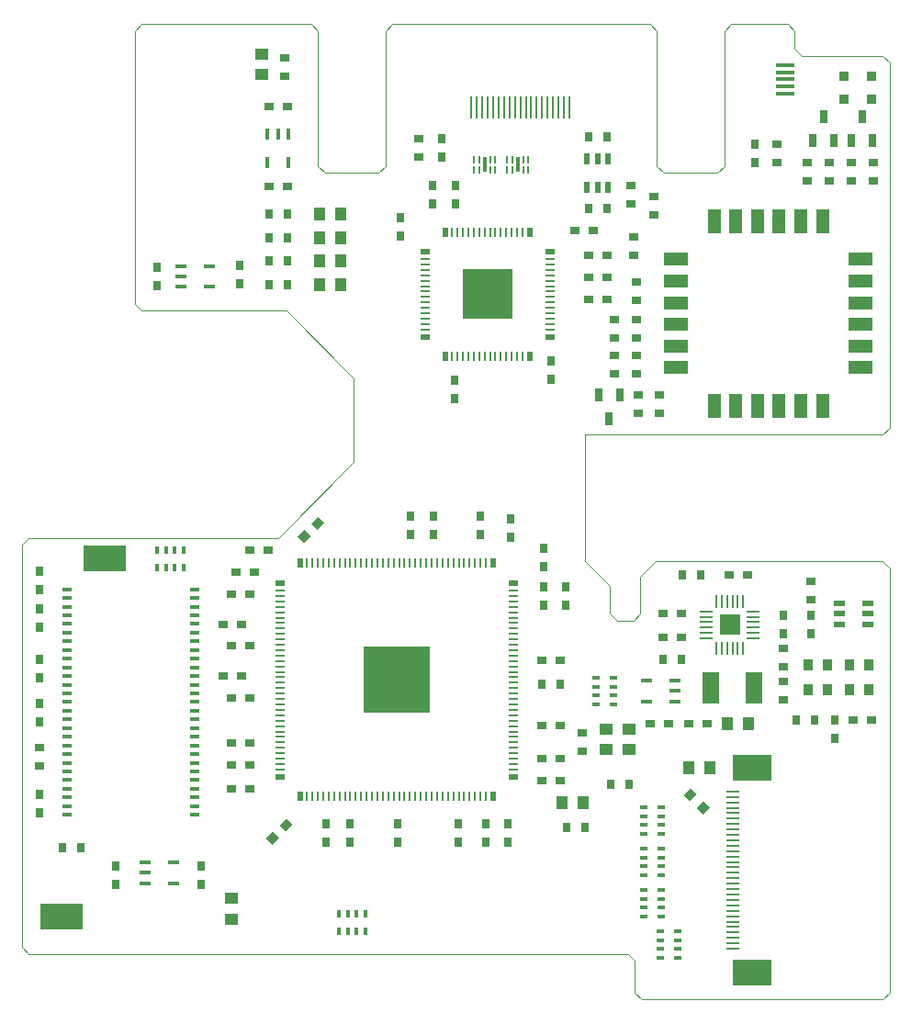
<source format=gtp>
G04 EAGLE Gerber RS-274X export*
G75*
%MOMM*%
%FSLAX34Y34*%
%LPD*%
%INpad maske top*%
%IPPOS*%
%AMOC8*
5,1,8,0,0,1.08239X$1,22.5*%
G01*
%ADD10C,0.000000*%
%ADD11R,1.040000X1.240000*%
%ADD12R,1.240000X1.040000*%
%ADD13R,0.900000X0.800000*%
%ADD14R,0.800000X0.900000*%
%ADD15R,0.800000X0.400000*%
%ADD16R,3.992000X2.492000*%
%ADD17R,0.880000X0.480000*%
%ADD18R,0.940000X0.240000*%
%ADD19R,0.480000X0.880000*%
%ADD20R,0.240000X0.940000*%
%ADD21R,4.692000X4.692000*%
%ADD22R,0.880000X1.080000*%
%ADD23R,1.090000X0.440000*%
%ADD24R,0.440000X1.090000*%
%ADD25R,0.240000X2.140000*%
%ADD26R,0.320000X1.470000*%
%ADD27R,0.160000X0.635000*%
%ADD28R,6.192000X6.192000*%
%ADD29R,0.810000X0.360000*%
%ADD30R,1.960000X1.960000*%
%ADD31R,0.200000X1.150000*%
%ADD32R,1.150000X0.200000*%
%ADD33R,0.800000X1.200000*%
%ADD34R,0.400000X0.800000*%
%ADD35R,0.960000X0.960000*%
%ADD36R,1.600000X2.900000*%
%ADD37R,0.980000X0.480000*%
%ADD38R,1.250000X0.250000*%
%ADD39R,3.650000X2.350000*%
%ADD40R,1.200000X2.200000*%
%ADD41R,2.200000X1.200000*%
%ADD42R,1.720000X0.320000*%
%ADD43R,0.480000X0.980000*%


D10*
X558800Y41910D02*
X6350Y41910D01*
X0Y48260D01*
X0Y419100D01*
X236220Y425450D02*
X306070Y495300D01*
X306070Y572770D01*
X335280Y892810D02*
X341630Y899160D01*
X579120Y899160D01*
X800100Y527050D02*
X793750Y520700D01*
X519430Y520700D01*
X519430Y403860D01*
X542290Y381000D01*
X542290Y355600D01*
X548640Y349250D01*
X563880Y349250D01*
X570230Y355600D01*
X570230Y389890D01*
X584200Y403860D01*
X800100Y397510D02*
X800100Y6350D01*
X793750Y0D01*
X571500Y0D01*
X565150Y6350D01*
X565150Y35560D01*
X558800Y41910D01*
X584200Y403860D02*
X793750Y403860D01*
X800100Y397510D01*
X236220Y425450D02*
X6350Y425450D01*
X0Y419100D01*
X328930Y762000D02*
X335280Y768350D01*
X585470Y768350D02*
X591820Y762000D01*
X328930Y762000D02*
X279400Y762000D01*
X335280Y768350D02*
X335280Y892810D01*
X641350Y762000D02*
X647700Y768350D01*
X647700Y892810D01*
X641350Y762000D02*
X591820Y762000D01*
X585470Y892810D02*
X579120Y899160D01*
X585470Y892810D02*
X585470Y768350D01*
X800100Y863600D02*
X800100Y527050D01*
X243840Y635000D02*
X110490Y635000D01*
X104140Y641350D01*
X104140Y892810D01*
X110490Y899160D02*
X266700Y899160D01*
X110490Y899160D02*
X104140Y892810D01*
X273050Y768350D02*
X279400Y762000D01*
X273050Y768350D02*
X273050Y892810D01*
X266700Y899160D01*
X243840Y635000D02*
X306070Y572770D01*
X647700Y892810D02*
X654050Y899160D01*
X712470Y876300D02*
X718820Y869950D01*
X712470Y876300D02*
X712470Y892810D01*
X706120Y899160D01*
X654050Y899160D01*
X793750Y869950D02*
X800100Y863600D01*
X793750Y869950D02*
X718820Y869950D01*
D11*
X615340Y213360D03*
X634340Y213360D03*
D12*
X560070Y249530D03*
X560070Y230530D03*
D13*
X210430Y278130D03*
X193430Y278130D03*
X210430Y236220D03*
X193430Y236220D03*
D14*
X302260Y162170D03*
X302260Y145170D03*
D13*
X479180Y252730D03*
X496180Y252730D03*
X479180Y312420D03*
X496180Y312420D03*
X210430Y326390D03*
X193430Y326390D03*
D14*
X346710Y162170D03*
X346710Y145170D03*
X501650Y363610D03*
X501650Y380610D03*
X422910Y428380D03*
X422910Y445380D03*
X379730Y428380D03*
X379730Y445380D03*
D13*
X214240Y393700D03*
X197240Y393700D03*
D14*
X402590Y162170D03*
X402590Y145170D03*
D11*
X650900Y254000D03*
X669900Y254000D03*
D13*
X479180Y201930D03*
X496180Y201930D03*
D14*
X481330Y399170D03*
X481330Y416170D03*
X450850Y425840D03*
X450850Y442840D03*
X358140Y428380D03*
X358140Y445380D03*
D13*
X210430Y373380D03*
X193430Y373380D03*
X210430Y194310D03*
X193430Y194310D03*
G36*
X237490Y160597D02*
X243853Y166960D01*
X249510Y161303D01*
X243147Y154940D01*
X237490Y160597D01*
G37*
G36*
X225470Y148577D02*
X231833Y154940D01*
X237490Y149283D01*
X231127Y142920D01*
X225470Y148577D01*
G37*
D14*
X280670Y162170D03*
X280670Y145170D03*
D13*
X479180Y222250D03*
X496180Y222250D03*
D14*
X481330Y380610D03*
X481330Y363610D03*
D13*
G36*
X266700Y427413D02*
X260337Y421050D01*
X254680Y426707D01*
X261043Y433070D01*
X266700Y427413D01*
G37*
G36*
X278720Y439433D02*
X272357Y433070D01*
X266700Y438727D01*
X273063Y445090D01*
X278720Y439433D01*
G37*
X210430Y215900D03*
X193430Y215900D03*
D12*
X220980Y852830D03*
X220980Y871830D03*
D11*
X274980Y702310D03*
X293980Y702310D03*
D14*
X487680Y588890D03*
X487680Y571890D03*
D13*
X522360Y645160D03*
X539360Y645160D03*
D14*
X378460Y733180D03*
X378460Y750180D03*
X398780Y571110D03*
X398780Y554110D03*
D11*
X274980Y680720D03*
X293980Y680720D03*
D13*
X522360Y685800D03*
X539360Y685800D03*
X509660Y708660D03*
X526660Y708660D03*
D14*
X349250Y703970D03*
X349250Y720970D03*
D11*
X274980Y659130D03*
X293980Y659130D03*
D13*
X522360Y665480D03*
X539360Y665480D03*
D11*
X274980Y723900D03*
X293980Y723900D03*
D14*
X400050Y733180D03*
X400050Y750180D03*
X16510Y377580D03*
X16510Y394580D03*
D13*
X766200Y257810D03*
X783200Y257810D03*
D14*
X124460Y675250D03*
X124460Y658250D03*
X200660Y676520D03*
X200660Y659520D03*
D13*
X244720Y822960D03*
X227720Y822960D03*
X244720Y749300D03*
X227720Y749300D03*
X582930Y723020D03*
X582930Y740020D03*
D14*
G36*
X628663Y182880D02*
X634320Y177223D01*
X627957Y170860D01*
X622300Y176517D01*
X628663Y182880D01*
G37*
G36*
X616643Y194900D02*
X622300Y189243D01*
X615937Y182880D01*
X610280Y188537D01*
X616643Y194900D01*
G37*
D13*
X242570Y868290D03*
X242570Y851290D03*
D14*
X227720Y702310D03*
X244720Y702310D03*
X227720Y680720D03*
X244720Y680720D03*
X227720Y659130D03*
X244720Y659130D03*
X227720Y723900D03*
X244720Y723900D03*
X519040Y158750D03*
X502040Y158750D03*
D13*
X563880Y686190D03*
X563880Y703190D03*
X566420Y576970D03*
X566420Y593970D03*
X566420Y626990D03*
X566420Y609990D03*
X784860Y771770D03*
X784860Y754770D03*
X723900Y771770D03*
X723900Y754770D03*
X566420Y644280D03*
X566420Y661280D03*
D14*
X539360Y795020D03*
X522360Y795020D03*
X539360Y728980D03*
X522360Y728980D03*
D13*
X561340Y750180D03*
X561340Y733180D03*
D15*
X573660Y177100D03*
X573660Y169100D03*
X573660Y161100D03*
X573660Y153100D03*
X589660Y153100D03*
X589660Y161100D03*
X589660Y169100D03*
X589660Y177100D03*
X573660Y139000D03*
X573660Y131000D03*
X573660Y123000D03*
X573660Y115000D03*
X589660Y115000D03*
X589660Y123000D03*
X589660Y131000D03*
X589660Y139000D03*
X573660Y100900D03*
X573660Y92900D03*
X573660Y84900D03*
X573660Y76900D03*
X589660Y76900D03*
X589660Y84900D03*
X589660Y92900D03*
X589660Y100900D03*
X588900Y62800D03*
X588900Y54800D03*
X588900Y46800D03*
X588900Y38800D03*
X604900Y38800D03*
X604900Y46800D03*
X604900Y54800D03*
X604900Y62800D03*
D16*
X76200Y406400D03*
X36830Y76200D03*
D17*
X486760Y611240D03*
D18*
X486760Y617740D03*
X486760Y622740D03*
X486760Y627740D03*
X486760Y632740D03*
X486760Y637740D03*
X486760Y642740D03*
X486760Y647740D03*
X486760Y652740D03*
X486760Y657740D03*
X486760Y662740D03*
D17*
X486760Y689240D03*
D19*
X468260Y707740D03*
D20*
X451760Y707740D03*
X446760Y707740D03*
X441760Y707740D03*
X436760Y707740D03*
X431760Y707740D03*
X426760Y707740D03*
X421760Y707740D03*
X416760Y707740D03*
X411760Y707740D03*
X406760Y707740D03*
D19*
X390260Y707740D03*
D17*
X371760Y689240D03*
D18*
X371760Y672740D03*
X371760Y667740D03*
X371760Y662740D03*
X371760Y657740D03*
X371760Y652740D03*
X371760Y647740D03*
X371760Y642740D03*
X371760Y637740D03*
X371760Y632740D03*
X371760Y627740D03*
D17*
X371760Y611240D03*
D19*
X390260Y592740D03*
D20*
X406760Y592740D03*
X411760Y592740D03*
X416760Y592740D03*
X421760Y592740D03*
X426760Y592740D03*
X431760Y592740D03*
X436760Y592740D03*
X441760Y592740D03*
X446760Y592740D03*
X451760Y592740D03*
D19*
X468260Y592740D03*
D20*
X456760Y592740D03*
X461760Y592740D03*
X401760Y592740D03*
X396760Y592740D03*
D18*
X371760Y622740D03*
X371760Y617740D03*
X371760Y677740D03*
X371760Y682740D03*
D20*
X401760Y707740D03*
X396760Y707740D03*
X456760Y707740D03*
X461760Y707740D03*
D18*
X486760Y667740D03*
X486760Y672740D03*
X486760Y677740D03*
X486760Y682740D03*
D21*
X429260Y650240D03*
D22*
X763160Y285680D03*
X781160Y308680D03*
X763160Y308680D03*
X781160Y285680D03*
D23*
X147019Y676250D03*
X147019Y666750D03*
X147019Y657250D03*
X173021Y657250D03*
X173021Y676250D03*
D24*
X245720Y797861D03*
X236220Y797861D03*
X226720Y797861D03*
X226720Y771859D03*
X245720Y771859D03*
D25*
X459740Y822730D03*
X454740Y822730D03*
X449740Y822730D03*
X444740Y822730D03*
X439740Y822730D03*
X434740Y822730D03*
X429740Y822730D03*
X424740Y822730D03*
X464740Y822730D03*
X469740Y822730D03*
X474740Y822730D03*
X479740Y822730D03*
X484740Y822730D03*
X489740Y822730D03*
X494740Y822730D03*
X419740Y822730D03*
X414740Y822730D03*
X499740Y822730D03*
X504740Y822730D03*
D26*
X426720Y769620D03*
D27*
X421720Y765245D03*
X421720Y773995D03*
X416720Y765245D03*
X416720Y773995D03*
X431720Y773995D03*
X436720Y773995D03*
X431720Y765245D03*
X436720Y765245D03*
D26*
X457200Y769620D03*
D27*
X462200Y773995D03*
X462200Y765245D03*
X467200Y773995D03*
X467200Y765245D03*
X452200Y765245D03*
X447200Y765245D03*
X452200Y773995D03*
X447200Y773995D03*
D13*
X365760Y776360D03*
X365760Y793360D03*
D14*
X387350Y776360D03*
X387350Y793360D03*
D17*
X452940Y205640D03*
D18*
X452940Y212140D03*
X452940Y217140D03*
X452940Y222140D03*
X452940Y227140D03*
X452940Y232140D03*
X452940Y237140D03*
X452940Y242140D03*
X452940Y247140D03*
X452940Y252140D03*
X452940Y257140D03*
X452940Y262140D03*
X452940Y267140D03*
X452940Y272140D03*
X452940Y277140D03*
X452940Y282140D03*
X452940Y287140D03*
X452940Y292140D03*
X452940Y297140D03*
X452940Y302140D03*
X452940Y307140D03*
X452940Y312140D03*
X452940Y317140D03*
X452940Y322140D03*
X452940Y327140D03*
X452940Y332140D03*
X452940Y337140D03*
X452940Y342140D03*
X452940Y347140D03*
X452940Y352140D03*
X452940Y357140D03*
X452940Y362140D03*
X452940Y367140D03*
X452940Y372140D03*
X452940Y377140D03*
D17*
X452940Y383640D03*
D19*
X434440Y402140D03*
D20*
X427940Y402140D03*
X422940Y402140D03*
X417940Y402140D03*
X412940Y402140D03*
X407940Y402140D03*
X402940Y402140D03*
X397940Y402140D03*
X392940Y402140D03*
X387940Y402140D03*
X382940Y402140D03*
X377940Y402140D03*
X372940Y402140D03*
X367940Y402140D03*
X362940Y402140D03*
X357940Y402140D03*
X352940Y402140D03*
X347940Y402140D03*
X342940Y402140D03*
X337940Y402140D03*
X332940Y402140D03*
X327940Y402140D03*
X322940Y402140D03*
X317940Y402140D03*
X312940Y402140D03*
X307940Y402140D03*
X302940Y402140D03*
X297940Y402140D03*
X292940Y402140D03*
X287940Y402140D03*
X282940Y402140D03*
X277940Y402140D03*
X272940Y402140D03*
X267940Y402140D03*
X262940Y402140D03*
D19*
X256440Y402140D03*
D17*
X237940Y383640D03*
D18*
X237940Y377140D03*
X237940Y372140D03*
X237940Y367140D03*
X237940Y362140D03*
X237940Y357140D03*
X237940Y352140D03*
X237940Y347140D03*
X237940Y342140D03*
X237940Y337140D03*
X237940Y332140D03*
X237940Y327140D03*
X237940Y322140D03*
X237940Y317140D03*
X237940Y312140D03*
X237940Y307140D03*
X237940Y302140D03*
X237940Y297140D03*
X237940Y292140D03*
X237940Y287140D03*
X237940Y282140D03*
X237940Y277140D03*
X237940Y272140D03*
X237940Y267140D03*
X237940Y262140D03*
X237940Y257140D03*
X237940Y252140D03*
X237940Y247140D03*
X237940Y242140D03*
X237940Y237140D03*
X237940Y232140D03*
X237940Y227140D03*
X237940Y222140D03*
X237940Y217140D03*
X237940Y212140D03*
D17*
X237940Y205640D03*
D19*
X256440Y187140D03*
D20*
X262940Y187140D03*
X267940Y187140D03*
X272940Y187140D03*
X277940Y187140D03*
X282940Y187140D03*
X287940Y187140D03*
X292940Y187140D03*
X297940Y187140D03*
X302940Y187140D03*
X307940Y187140D03*
X312940Y187140D03*
X317940Y187140D03*
X322940Y187140D03*
X327940Y187140D03*
X332940Y187140D03*
X337940Y187140D03*
X342940Y187140D03*
X347940Y187140D03*
X352940Y187140D03*
X357940Y187140D03*
X362940Y187140D03*
X367940Y187140D03*
X372940Y187140D03*
X377940Y187140D03*
X382940Y187140D03*
X387940Y187140D03*
X392940Y187140D03*
X397940Y187140D03*
X402940Y187140D03*
X407940Y187140D03*
X412940Y187140D03*
X417940Y187140D03*
X422940Y187140D03*
X427940Y187140D03*
D19*
X434440Y187140D03*
D28*
X345440Y294640D03*
D29*
X41530Y378320D03*
X41530Y370320D03*
X41530Y362320D03*
X41530Y354320D03*
X41530Y346320D03*
X41530Y338320D03*
X41530Y330320D03*
X41530Y322320D03*
X41530Y314320D03*
X41530Y306320D03*
X41530Y298320D03*
X41530Y290320D03*
X41530Y282320D03*
X41530Y274320D03*
X41530Y266320D03*
X41530Y258320D03*
X41530Y250320D03*
X41530Y242320D03*
X41530Y234320D03*
X41530Y226320D03*
X41530Y218320D03*
X41530Y210320D03*
X41530Y202320D03*
X41530Y194320D03*
X41530Y186320D03*
X41530Y178320D03*
X41530Y170320D03*
X159130Y170320D03*
X159130Y178320D03*
X159130Y186320D03*
X159130Y194320D03*
X159130Y202320D03*
X159130Y210320D03*
X159130Y218320D03*
X159130Y226320D03*
X159130Y234320D03*
X159130Y242320D03*
X159130Y250320D03*
X159130Y258320D03*
X159130Y266320D03*
X159130Y274320D03*
X159130Y282320D03*
X159130Y290320D03*
X159130Y298320D03*
X159130Y306320D03*
X159130Y314320D03*
X159130Y322320D03*
X159130Y330320D03*
X159130Y338320D03*
X159130Y346320D03*
X159130Y354320D03*
X159130Y362320D03*
X159130Y370320D03*
X159130Y378320D03*
D14*
X16510Y360290D03*
X16510Y343290D03*
X16510Y313300D03*
X16510Y296300D03*
X16510Y272660D03*
X16510Y255660D03*
X427990Y162170D03*
X427990Y145170D03*
X54220Y139700D03*
X37220Y139700D03*
X16510Y171840D03*
X16510Y188840D03*
D13*
X185810Y298450D03*
X202810Y298450D03*
X185810Y345440D03*
X202810Y345440D03*
D14*
X714130Y257810D03*
X731130Y257810D03*
X749300Y257420D03*
X749300Y240420D03*
X448310Y162170D03*
X448310Y145170D03*
D13*
X226940Y414020D03*
X209940Y414020D03*
D30*
X652780Y345440D03*
D31*
X640280Y323940D03*
X645280Y323940D03*
X650280Y323940D03*
X655280Y323940D03*
X660280Y323940D03*
X665280Y323940D03*
D32*
X674280Y332940D03*
X674280Y337940D03*
X674280Y342940D03*
X674280Y347940D03*
X674280Y352940D03*
X674280Y357940D03*
D31*
X665280Y366940D03*
X660280Y366940D03*
X655280Y366940D03*
X650280Y366940D03*
X645280Y366940D03*
X640280Y366940D03*
D32*
X631280Y357940D03*
X631280Y352940D03*
X631280Y347940D03*
X631280Y342940D03*
X631280Y337940D03*
X631280Y332940D03*
D33*
X739140Y813640D03*
X748640Y791640D03*
X729640Y791640D03*
X774700Y813640D03*
X784200Y791640D03*
X765200Y791640D03*
D13*
X744220Y771770D03*
X744220Y754770D03*
X764540Y771770D03*
X764540Y754770D03*
D34*
X125160Y398400D03*
X133160Y398400D03*
X141160Y398400D03*
X149160Y398400D03*
X149160Y414400D03*
X141160Y414400D03*
X133160Y414400D03*
X125160Y414400D03*
D35*
X758190Y830240D03*
X758190Y851240D03*
X783590Y830240D03*
X783590Y851240D03*
D36*
X675320Y287020D03*
X635320Y287020D03*
D23*
X602281Y274980D03*
X602281Y284480D03*
X602281Y293980D03*
X576279Y293980D03*
X576279Y274980D03*
D13*
X615070Y254000D03*
X632070Y254000D03*
X579510Y254000D03*
X596510Y254000D03*
D14*
X559680Y198120D03*
X542680Y198120D03*
D12*
X538480Y230530D03*
X538480Y249530D03*
D14*
X590940Y313690D03*
X607940Y313690D03*
X608720Y391160D03*
X625720Y391160D03*
D13*
X607940Y334010D03*
X590940Y334010D03*
X607940Y355600D03*
X590940Y355600D03*
X651900Y391160D03*
X668900Y391160D03*
X702310Y323460D03*
X702310Y306460D03*
X702310Y275980D03*
X702310Y292980D03*
D22*
X725060Y285680D03*
X743060Y308680D03*
X725060Y308680D03*
X743060Y285680D03*
D14*
X702310Y336940D03*
X702310Y353940D03*
D34*
X316800Y79120D03*
X308800Y79120D03*
X300800Y79120D03*
X292800Y79120D03*
X292800Y63120D03*
X300800Y63120D03*
X308800Y63120D03*
X316800Y63120D03*
D15*
X529210Y296480D03*
X529210Y288480D03*
X529210Y280480D03*
X529210Y272480D03*
X545210Y272480D03*
X545210Y280480D03*
X545210Y288480D03*
X545210Y296480D03*
D12*
X193040Y93320D03*
X193040Y74320D03*
D23*
X113999Y126340D03*
X113999Y116840D03*
X113999Y107340D03*
X140001Y107340D03*
X140001Y126340D03*
D14*
X86360Y122800D03*
X86360Y105800D03*
X165100Y122800D03*
X165100Y105800D03*
D13*
X727710Y385690D03*
X727710Y368690D03*
D14*
X727710Y353940D03*
X727710Y336940D03*
X496180Y290830D03*
X479180Y290830D03*
D13*
X16510Y232020D03*
X16510Y215020D03*
D37*
X780080Y346100D03*
X780080Y355600D03*
X780080Y365100D03*
X754080Y346100D03*
X754080Y355600D03*
X754080Y365100D03*
D38*
X655840Y46880D03*
X655840Y51880D03*
X655840Y56880D03*
X655840Y61880D03*
X655840Y66880D03*
X655840Y71880D03*
X655840Y76880D03*
X655840Y81880D03*
X655840Y86880D03*
X655840Y91880D03*
X655840Y96880D03*
X655840Y101880D03*
X655840Y106880D03*
X655840Y111880D03*
X655840Y116880D03*
X655840Y121880D03*
X655840Y126880D03*
X655840Y131880D03*
X655840Y136880D03*
X655840Y141880D03*
X655840Y146880D03*
X655840Y151880D03*
X655840Y156880D03*
X655840Y161880D03*
X655840Y166880D03*
X655840Y171880D03*
X655840Y176880D03*
X655840Y181880D03*
X655840Y186880D03*
X655840Y191880D03*
D39*
X673140Y24700D03*
X673140Y214060D03*
D11*
X498500Y181610D03*
X517500Y181610D03*
D13*
X516890Y228990D03*
X516890Y245990D03*
D40*
X638340Y547460D03*
X658340Y547460D03*
X678340Y547460D03*
X698340Y547460D03*
X718340Y547460D03*
X738340Y547460D03*
D41*
X773340Y582460D03*
X773340Y602460D03*
X773340Y622460D03*
X773340Y642460D03*
X773340Y662460D03*
X773340Y682460D03*
D40*
X738340Y717460D03*
X718340Y717460D03*
X698340Y717460D03*
X678340Y717460D03*
X658340Y717460D03*
X638340Y717460D03*
D41*
X603340Y682460D03*
X603340Y662460D03*
X603340Y642460D03*
X603340Y622460D03*
X603340Y602460D03*
X603340Y582460D03*
D13*
X588010Y557140D03*
X588010Y540140D03*
D42*
X703820Y861360D03*
X703820Y854860D03*
X703820Y848360D03*
X703820Y841860D03*
X703820Y835360D03*
D14*
X675640Y771280D03*
X675640Y788280D03*
D13*
X695960Y771280D03*
X695960Y788280D03*
D43*
X540360Y775000D03*
X530860Y775000D03*
X521360Y775000D03*
X540360Y749000D03*
X530860Y749000D03*
X521360Y749000D03*
D33*
X541655Y535735D03*
X532155Y557735D03*
X551155Y557735D03*
D13*
X568325Y540140D03*
X568325Y557140D03*
X546100Y593970D03*
X546100Y576970D03*
X546100Y609990D03*
X546100Y626990D03*
M02*

</source>
